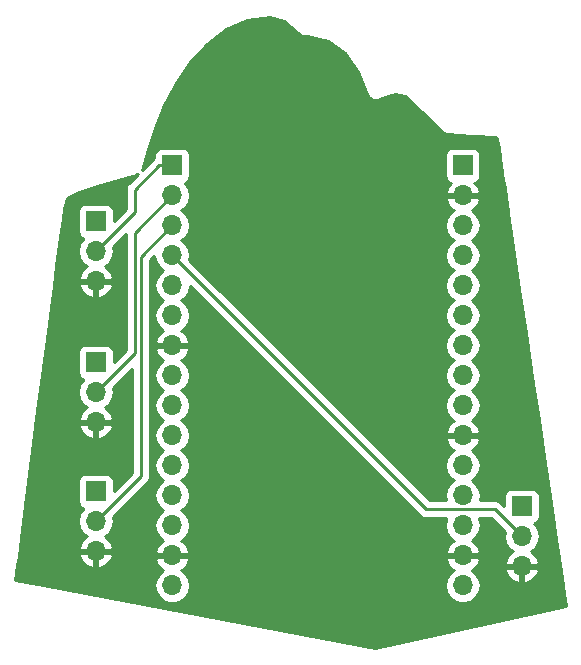
<source format=gbl>
G04 #@! TF.GenerationSoftware,KiCad,Pcbnew,(5.0.0-3-g5ebb6b6)*
G04 #@! TF.CreationDate,2018-08-30T21:54:11-04:00*
G04 #@! TF.ProjectId,PCB,5043422E6B696361645F706362000000,rev?*
G04 #@! TF.SameCoordinates,Original*
G04 #@! TF.FileFunction,Copper,L2,Bot,Signal*
G04 #@! TF.FilePolarity,Positive*
%FSLAX46Y46*%
G04 Gerber Fmt 4.6, Leading zero omitted, Abs format (unit mm)*
G04 Created by KiCad (PCBNEW (5.0.0-3-g5ebb6b6)) date Thursday, August 30, 2018 at 09:54:11 PM*
%MOMM*%
%LPD*%
G01*
G04 APERTURE LIST*
G04 #@! TA.AperFunction,ComponentPad*
%ADD10O,1.700000X1.700000*%
G04 #@! TD*
G04 #@! TA.AperFunction,ComponentPad*
%ADD11R,1.700000X1.700000*%
G04 #@! TD*
G04 #@! TA.AperFunction,Conductor*
%ADD12C,0.250000*%
G04 #@! TD*
G04 #@! TA.AperFunction,Conductor*
%ADD13C,0.254000*%
G04 #@! TD*
G04 APERTURE END LIST*
D10*
G04 #@! TO.P,U1,15*
G04 #@! TO.N,VCC*
X87954000Y-139796000D03*
G04 #@! TO.P,U1,14*
G04 #@! TO.N,GND*
X87954000Y-137256000D03*
G04 #@! TO.P,U1,13*
G04 #@! TO.N,Net-(U1-Pad13)*
X87954000Y-134716000D03*
G04 #@! TO.P,U1,12*
G04 #@! TO.N,Net-(U1-Pad12)*
X87954000Y-132176000D03*
G04 #@! TO.P,U1,11*
G04 #@! TO.N,Net-(U1-Pad11)*
X87954000Y-129636000D03*
G04 #@! TO.P,U1,10*
G04 #@! TO.N,GND*
X87954000Y-127096000D03*
G04 #@! TO.P,U1,9*
G04 #@! TO.N,Net-(U1-Pad9)*
X87954000Y-124556000D03*
G04 #@! TO.P,U1,8*
G04 #@! TO.N,Net-(U1-Pad8)*
X87954000Y-122016000D03*
G04 #@! TO.P,U1,7*
G04 #@! TO.N,Net-(U1-Pad7)*
X87954000Y-119476000D03*
G04 #@! TO.P,U1,6*
G04 #@! TO.N,Net-(U1-Pad6)*
X87954000Y-116936000D03*
G04 #@! TO.P,U1,5*
G04 #@! TO.N,Net-(U1-Pad5)*
X87954000Y-114396000D03*
G04 #@! TO.P,U1,4*
G04 #@! TO.N,Net-(U1-Pad4)*
X87954000Y-111856000D03*
G04 #@! TO.P,U1,3*
G04 #@! TO.N,Net-(U1-Pad3)*
X87954000Y-109316000D03*
G04 #@! TO.P,U1,2*
G04 #@! TO.N,GND*
X87954000Y-106776000D03*
D11*
G04 #@! TO.P,U1,1*
G04 #@! TO.N,Net-(U1-Pad1)*
X87954000Y-104236000D03*
D10*
G04 #@! TO.P,U1,29*
G04 #@! TO.N,GND*
X63354000Y-137256000D03*
G04 #@! TO.P,U1,28*
G04 #@! TO.N,Net-(U1-Pad28)*
X63354000Y-134716000D03*
G04 #@! TO.P,U1,27*
G04 #@! TO.N,Net-(U1-Pad27)*
X63354000Y-132176000D03*
G04 #@! TO.P,U1,26*
G04 #@! TO.N,Net-(U1-Pad26)*
X63354000Y-129636000D03*
G04 #@! TO.P,U1,25*
G04 #@! TO.N,Net-(U1-Pad25)*
X63354000Y-127096000D03*
G04 #@! TO.P,U1,18*
G04 #@! TO.N,/FLOW3*
X63354000Y-109316000D03*
G04 #@! TO.P,U1,17*
G04 #@! TO.N,/FLOW2*
X63354000Y-106776000D03*
D11*
G04 #@! TO.P,U1,16*
G04 #@! TO.N,/FLOW1*
X63354000Y-104236000D03*
D10*
G04 #@! TO.P,U1,20*
G04 #@! TO.N,Net-(U1-Pad20)*
X63354000Y-114396000D03*
G04 #@! TO.P,U1,19*
G04 #@! TO.N,/FLOW4*
X63354000Y-111856000D03*
G04 #@! TO.P,U1,30*
G04 #@! TO.N,Net-(U1-Pad30)*
X63354000Y-139796000D03*
G04 #@! TO.P,U1,24*
G04 #@! TO.N,Net-(U1-Pad24)*
X63354000Y-124556000D03*
G04 #@! TO.P,U1,23*
G04 #@! TO.N,Net-(U1-Pad23)*
X63354000Y-122016000D03*
G04 #@! TO.P,U1,22*
G04 #@! TO.N,GND*
X63354000Y-119476000D03*
G04 #@! TO.P,U1,21*
G04 #@! TO.N,Net-(U1-Pad21)*
X63354000Y-116936000D03*
G04 #@! TD*
G04 #@! TO.P,J1,3*
G04 #@! TO.N,GND*
X56896000Y-114046000D03*
G04 #@! TO.P,J1,2*
G04 #@! TO.N,/FLOW1*
X56896000Y-111506000D03*
D11*
G04 #@! TO.P,J1,1*
G04 #@! TO.N,VCC*
X56896000Y-108966000D03*
G04 #@! TD*
D10*
G04 #@! TO.P,J2,3*
G04 #@! TO.N,GND*
X56896000Y-125984000D03*
G04 #@! TO.P,J2,2*
G04 #@! TO.N,/FLOW2*
X56896000Y-123444000D03*
D11*
G04 #@! TO.P,J2,1*
G04 #@! TO.N,VCC*
X56896000Y-120904000D03*
G04 #@! TD*
G04 #@! TO.P,J3,1*
G04 #@! TO.N,VCC*
X56896000Y-131826000D03*
D10*
G04 #@! TO.P,J3,2*
G04 #@! TO.N,/FLOW3*
X56896000Y-134366000D03*
G04 #@! TO.P,J3,3*
G04 #@! TO.N,GND*
X56896000Y-136906000D03*
G04 #@! TD*
D11*
G04 #@! TO.P,J4,1*
G04 #@! TO.N,VCC*
X92964000Y-133096000D03*
D10*
G04 #@! TO.P,J4,2*
G04 #@! TO.N,/FLOW4*
X92964000Y-135636000D03*
G04 #@! TO.P,J4,3*
G04 #@! TO.N,GND*
X92964000Y-138176000D03*
G04 #@! TD*
D12*
G04 #@! TO.N,/FLOW1*
X62254000Y-104236000D02*
X60198000Y-106292000D01*
X63354000Y-104236000D02*
X62254000Y-104236000D01*
X60198000Y-108204000D02*
X56896000Y-111506000D01*
X60198000Y-106292000D02*
X60198000Y-108204000D01*
G04 #@! TO.N,/FLOW4*
X92114001Y-134786001D02*
X92964000Y-135636000D01*
X84849001Y-133351001D02*
X90679001Y-133351001D01*
X90679001Y-133351001D02*
X92114001Y-134786001D01*
X63354000Y-111856000D02*
X84849001Y-133351001D01*
G04 #@! TO.N,/FLOW2*
X57745999Y-122594001D02*
X56896000Y-123444000D01*
X60198000Y-120142000D02*
X57745999Y-122594001D01*
X60198000Y-109932000D02*
X60198000Y-120142000D01*
X63354000Y-106776000D02*
X60198000Y-109932000D01*
G04 #@! TO.N,/FLOW3*
X63354000Y-109316000D02*
X60706000Y-111964000D01*
X60706000Y-130556000D02*
X56896000Y-134366000D01*
X60706000Y-111964000D02*
X60706000Y-130556000D01*
G04 #@! TD*
D13*
G04 #@! TO.N,GND*
G36*
X72815418Y-91969837D02*
X74036038Y-93043224D01*
X74062770Y-93083231D01*
X74140894Y-93135432D01*
X74158054Y-93150522D01*
X74198765Y-93174100D01*
X74297015Y-93239749D01*
X74320016Y-93244324D01*
X74340309Y-93256077D01*
X74457434Y-93271658D01*
X74503583Y-93280838D01*
X74526437Y-93280838D01*
X74619573Y-93293228D01*
X74666065Y-93280838D01*
X74760457Y-93280838D01*
X76575764Y-93681246D01*
X77961664Y-94722909D01*
X79066144Y-96301457D01*
X79869375Y-98167883D01*
X79872042Y-98196592D01*
X79924698Y-98296434D01*
X79941226Y-98334839D01*
X79957176Y-98358016D01*
X80003465Y-98445785D01*
X80036376Y-98473101D01*
X80060626Y-98508339D01*
X80143892Y-98562340D01*
X80220246Y-98625714D01*
X80261105Y-98638356D01*
X80296994Y-98661632D01*
X80394584Y-98679658D01*
X80489382Y-98708990D01*
X80531970Y-98705034D01*
X80574032Y-98712803D01*
X80671094Y-98692110D01*
X80699093Y-98689509D01*
X80739143Y-98677602D01*
X80849565Y-98654061D01*
X80873323Y-98637711D01*
X82258330Y-98225954D01*
X83062613Y-98315319D01*
X84647878Y-99865907D01*
X86074891Y-101287674D01*
X86096807Y-101326268D01*
X86173834Y-101386253D01*
X86192634Y-101404984D01*
X86228755Y-101429023D01*
X86319081Y-101499365D01*
X86345315Y-101506596D01*
X86367970Y-101521673D01*
X86480307Y-101543803D01*
X86522125Y-101555329D01*
X86548585Y-101557253D01*
X86644382Y-101576125D01*
X86687900Y-101567385D01*
X88643901Y-101709641D01*
X88645705Y-101710128D01*
X88713393Y-101714695D01*
X88781154Y-101719623D01*
X88783011Y-101719392D01*
X90754245Y-101852391D01*
X90868912Y-101956635D01*
X90896402Y-102143224D01*
X90896396Y-102143349D01*
X90906590Y-102212375D01*
X90916715Y-102281099D01*
X90916757Y-102281216D01*
X91091925Y-103467318D01*
X91091924Y-103467348D01*
X91102998Y-103542292D01*
X91112301Y-103605285D01*
X91112309Y-103605309D01*
X91391082Y-105491931D01*
X91391081Y-105491944D01*
X91400339Y-105554582D01*
X91411470Y-105629911D01*
X91411474Y-105629921D01*
X91776510Y-108099777D01*
X91776510Y-108099785D01*
X91787251Y-108172449D01*
X91796904Y-108237761D01*
X91796906Y-108237766D01*
X92230852Y-111173495D01*
X92230852Y-111173502D01*
X92757149Y-114733707D01*
X92757150Y-114733711D01*
X93297248Y-118387063D01*
X93297250Y-118387067D01*
X93854188Y-122154177D01*
X93854189Y-122154180D01*
X94390211Y-125779691D01*
X94390211Y-125779692D01*
X94928760Y-129422201D01*
X94928760Y-129422204D01*
X95432077Y-132826355D01*
X95882806Y-135874771D01*
X96283990Y-138588066D01*
X96283991Y-138588070D01*
X96557065Y-140434903D01*
X96557065Y-140434904D01*
X96725868Y-141576530D01*
X80554334Y-145062860D01*
X52438007Y-139796000D01*
X61839908Y-139796000D01*
X61955161Y-140375418D01*
X62283375Y-140866625D01*
X62774582Y-141194839D01*
X63207744Y-141281000D01*
X63500256Y-141281000D01*
X63933418Y-141194839D01*
X64424625Y-140866625D01*
X64752839Y-140375418D01*
X64868092Y-139796000D01*
X86439908Y-139796000D01*
X86555161Y-140375418D01*
X86883375Y-140866625D01*
X87374582Y-141194839D01*
X87807744Y-141281000D01*
X88100256Y-141281000D01*
X88533418Y-141194839D01*
X89024625Y-140866625D01*
X89352839Y-140375418D01*
X89468092Y-139796000D01*
X89352839Y-139216582D01*
X89024625Y-138725375D01*
X88736552Y-138532890D01*
X91522524Y-138532890D01*
X91692355Y-138942924D01*
X92082642Y-139371183D01*
X92607108Y-139617486D01*
X92837000Y-139496819D01*
X92837000Y-138303000D01*
X93091000Y-138303000D01*
X93091000Y-139496819D01*
X93320892Y-139617486D01*
X93845358Y-139371183D01*
X94235645Y-138942924D01*
X94405476Y-138532890D01*
X94284155Y-138303000D01*
X93091000Y-138303000D01*
X92837000Y-138303000D01*
X91643845Y-138303000D01*
X91522524Y-138532890D01*
X88736552Y-138532890D01*
X88705522Y-138512157D01*
X88835358Y-138451183D01*
X89225645Y-138022924D01*
X89395476Y-137612890D01*
X89274155Y-137383000D01*
X88081000Y-137383000D01*
X88081000Y-137403000D01*
X87827000Y-137403000D01*
X87827000Y-137383000D01*
X86633845Y-137383000D01*
X86512524Y-137612890D01*
X86682355Y-138022924D01*
X87072642Y-138451183D01*
X87202478Y-138512157D01*
X86883375Y-138725375D01*
X86555161Y-139216582D01*
X86439908Y-139796000D01*
X64868092Y-139796000D01*
X64752839Y-139216582D01*
X64424625Y-138725375D01*
X64105522Y-138512157D01*
X64235358Y-138451183D01*
X64625645Y-138022924D01*
X64795476Y-137612890D01*
X64674155Y-137383000D01*
X63481000Y-137383000D01*
X63481000Y-137403000D01*
X63227000Y-137403000D01*
X63227000Y-137383000D01*
X62033845Y-137383000D01*
X61912524Y-137612890D01*
X62082355Y-138022924D01*
X62472642Y-138451183D01*
X62602478Y-138512157D01*
X62283375Y-138725375D01*
X61955161Y-139216582D01*
X61839908Y-139796000D01*
X52438007Y-139796000D01*
X50076589Y-139353650D01*
X50246962Y-138034617D01*
X50346694Y-137262890D01*
X55454524Y-137262890D01*
X55624355Y-137672924D01*
X56014642Y-138101183D01*
X56539108Y-138347486D01*
X56769000Y-138226819D01*
X56769000Y-137033000D01*
X57023000Y-137033000D01*
X57023000Y-138226819D01*
X57252892Y-138347486D01*
X57777358Y-138101183D01*
X58167645Y-137672924D01*
X58337476Y-137262890D01*
X58216155Y-137033000D01*
X57023000Y-137033000D01*
X56769000Y-137033000D01*
X55575845Y-137033000D01*
X55454524Y-137262890D01*
X50346694Y-137262890D01*
X50535891Y-135798885D01*
X50901431Y-132972130D01*
X51324119Y-129706017D01*
X51760048Y-126340890D01*
X55454524Y-126340890D01*
X55624355Y-126750924D01*
X56014642Y-127179183D01*
X56539108Y-127425486D01*
X56769000Y-127304819D01*
X56769000Y-126111000D01*
X57023000Y-126111000D01*
X57023000Y-127304819D01*
X57252892Y-127425486D01*
X57777358Y-127179183D01*
X58167645Y-126750924D01*
X58337476Y-126340890D01*
X58216155Y-126111000D01*
X57023000Y-126111000D01*
X56769000Y-126111000D01*
X55575845Y-126111000D01*
X55454524Y-126340890D01*
X51760048Y-126340890D01*
X51781525Y-126175107D01*
X52253605Y-122535599D01*
X52717897Y-118962298D01*
X53152877Y-115622792D01*
X53312371Y-114402890D01*
X55454524Y-114402890D01*
X55624355Y-114812924D01*
X56014642Y-115241183D01*
X56539108Y-115487486D01*
X56769000Y-115366819D01*
X56769000Y-114173000D01*
X57023000Y-114173000D01*
X57023000Y-115366819D01*
X57252892Y-115487486D01*
X57777358Y-115241183D01*
X58167645Y-114812924D01*
X58337476Y-114402890D01*
X58216155Y-114173000D01*
X57023000Y-114173000D01*
X56769000Y-114173000D01*
X55575845Y-114173000D01*
X55454524Y-114402890D01*
X53312371Y-114402890D01*
X53537554Y-112680561D01*
X53850491Y-110302533D01*
X54069829Y-108658795D01*
X54168387Y-107956855D01*
X54437743Y-106967875D01*
X55489918Y-106493773D01*
X56973289Y-106017166D01*
X60252757Y-105005247D01*
X60262780Y-105005910D01*
X60386917Y-104963851D01*
X60444389Y-104946117D01*
X60453003Y-104941460D01*
X60484364Y-104930834D01*
X59713530Y-105701669D01*
X59650071Y-105744071D01*
X59482096Y-105995464D01*
X59438000Y-106217149D01*
X59438000Y-106217153D01*
X59423112Y-106292000D01*
X59438000Y-106366847D01*
X59438001Y-107889197D01*
X58393440Y-108933758D01*
X58393440Y-108116000D01*
X58344157Y-107868235D01*
X58203809Y-107658191D01*
X57993765Y-107517843D01*
X57746000Y-107468560D01*
X56046000Y-107468560D01*
X55798235Y-107517843D01*
X55588191Y-107658191D01*
X55447843Y-107868235D01*
X55398560Y-108116000D01*
X55398560Y-109816000D01*
X55447843Y-110063765D01*
X55588191Y-110273809D01*
X55798235Y-110414157D01*
X55843619Y-110423184D01*
X55825375Y-110435375D01*
X55497161Y-110926582D01*
X55381908Y-111506000D01*
X55497161Y-112085418D01*
X55825375Y-112576625D01*
X56144478Y-112789843D01*
X56014642Y-112850817D01*
X55624355Y-113279076D01*
X55454524Y-113689110D01*
X55575845Y-113919000D01*
X56769000Y-113919000D01*
X56769000Y-113899000D01*
X57023000Y-113899000D01*
X57023000Y-113919000D01*
X58216155Y-113919000D01*
X58337476Y-113689110D01*
X58167645Y-113279076D01*
X57777358Y-112850817D01*
X57647522Y-112789843D01*
X57966625Y-112576625D01*
X58294839Y-112085418D01*
X58410092Y-111506000D01*
X58337209Y-111139592D01*
X59438000Y-110038802D01*
X59438001Y-119827197D01*
X58393440Y-120871759D01*
X58393440Y-120054000D01*
X58344157Y-119806235D01*
X58203809Y-119596191D01*
X57993765Y-119455843D01*
X57746000Y-119406560D01*
X56046000Y-119406560D01*
X55798235Y-119455843D01*
X55588191Y-119596191D01*
X55447843Y-119806235D01*
X55398560Y-120054000D01*
X55398560Y-121754000D01*
X55447843Y-122001765D01*
X55588191Y-122211809D01*
X55798235Y-122352157D01*
X55843619Y-122361184D01*
X55825375Y-122373375D01*
X55497161Y-122864582D01*
X55381908Y-123444000D01*
X55497161Y-124023418D01*
X55825375Y-124514625D01*
X56144478Y-124727843D01*
X56014642Y-124788817D01*
X55624355Y-125217076D01*
X55454524Y-125627110D01*
X55575845Y-125857000D01*
X56769000Y-125857000D01*
X56769000Y-125837000D01*
X57023000Y-125837000D01*
X57023000Y-125857000D01*
X58216155Y-125857000D01*
X58337476Y-125627110D01*
X58167645Y-125217076D01*
X57777358Y-124788817D01*
X57647522Y-124727843D01*
X57966625Y-124514625D01*
X58294839Y-124023418D01*
X58410092Y-123444000D01*
X58337209Y-123077592D01*
X59946001Y-121468801D01*
X59946001Y-130241197D01*
X58393440Y-131793758D01*
X58393440Y-130976000D01*
X58344157Y-130728235D01*
X58203809Y-130518191D01*
X57993765Y-130377843D01*
X57746000Y-130328560D01*
X56046000Y-130328560D01*
X55798235Y-130377843D01*
X55588191Y-130518191D01*
X55447843Y-130728235D01*
X55398560Y-130976000D01*
X55398560Y-132676000D01*
X55447843Y-132923765D01*
X55588191Y-133133809D01*
X55798235Y-133274157D01*
X55843619Y-133283184D01*
X55825375Y-133295375D01*
X55497161Y-133786582D01*
X55381908Y-134366000D01*
X55497161Y-134945418D01*
X55825375Y-135436625D01*
X56144478Y-135649843D01*
X56014642Y-135710817D01*
X55624355Y-136139076D01*
X55454524Y-136549110D01*
X55575845Y-136779000D01*
X56769000Y-136779000D01*
X56769000Y-136759000D01*
X57023000Y-136759000D01*
X57023000Y-136779000D01*
X58216155Y-136779000D01*
X58337476Y-136549110D01*
X58167645Y-136139076D01*
X57777358Y-135710817D01*
X57647522Y-135649843D01*
X57966625Y-135436625D01*
X58294839Y-134945418D01*
X58410092Y-134366000D01*
X58337209Y-133999592D01*
X61190473Y-131146329D01*
X61253929Y-131103929D01*
X61339409Y-130976000D01*
X61421904Y-130852538D01*
X61446629Y-130728235D01*
X61466000Y-130630852D01*
X61466000Y-130630848D01*
X61480888Y-130556000D01*
X61466000Y-130481152D01*
X61466000Y-122016000D01*
X61839908Y-122016000D01*
X61955161Y-122595418D01*
X62283375Y-123086625D01*
X62581761Y-123286000D01*
X62283375Y-123485375D01*
X61955161Y-123976582D01*
X61839908Y-124556000D01*
X61955161Y-125135418D01*
X62283375Y-125626625D01*
X62581761Y-125826000D01*
X62283375Y-126025375D01*
X61955161Y-126516582D01*
X61839908Y-127096000D01*
X61955161Y-127675418D01*
X62283375Y-128166625D01*
X62581761Y-128366000D01*
X62283375Y-128565375D01*
X61955161Y-129056582D01*
X61839908Y-129636000D01*
X61955161Y-130215418D01*
X62283375Y-130706625D01*
X62581761Y-130906000D01*
X62283375Y-131105375D01*
X61955161Y-131596582D01*
X61839908Y-132176000D01*
X61955161Y-132755418D01*
X62283375Y-133246625D01*
X62581761Y-133446000D01*
X62283375Y-133645375D01*
X61955161Y-134136582D01*
X61839908Y-134716000D01*
X61955161Y-135295418D01*
X62283375Y-135786625D01*
X62602478Y-135999843D01*
X62472642Y-136060817D01*
X62082355Y-136489076D01*
X61912524Y-136899110D01*
X62033845Y-137129000D01*
X63227000Y-137129000D01*
X63227000Y-137109000D01*
X63481000Y-137109000D01*
X63481000Y-137129000D01*
X64674155Y-137129000D01*
X64795476Y-136899110D01*
X64625645Y-136489076D01*
X64235358Y-136060817D01*
X64105522Y-135999843D01*
X64424625Y-135786625D01*
X64752839Y-135295418D01*
X64868092Y-134716000D01*
X64752839Y-134136582D01*
X64424625Y-133645375D01*
X64126239Y-133446000D01*
X64424625Y-133246625D01*
X64752839Y-132755418D01*
X64868092Y-132176000D01*
X64752839Y-131596582D01*
X64424625Y-131105375D01*
X64126239Y-130906000D01*
X64424625Y-130706625D01*
X64752839Y-130215418D01*
X64868092Y-129636000D01*
X64752839Y-129056582D01*
X64424625Y-128565375D01*
X64126239Y-128366000D01*
X64424625Y-128166625D01*
X64752839Y-127675418D01*
X64868092Y-127096000D01*
X64752839Y-126516582D01*
X64424625Y-126025375D01*
X64126239Y-125826000D01*
X64424625Y-125626625D01*
X64752839Y-125135418D01*
X64868092Y-124556000D01*
X64752839Y-123976582D01*
X64424625Y-123485375D01*
X64126239Y-123286000D01*
X64424625Y-123086625D01*
X64752839Y-122595418D01*
X64868092Y-122016000D01*
X64752839Y-121436582D01*
X64424625Y-120945375D01*
X64105522Y-120732157D01*
X64235358Y-120671183D01*
X64625645Y-120242924D01*
X64795476Y-119832890D01*
X64674155Y-119603000D01*
X63481000Y-119603000D01*
X63481000Y-119623000D01*
X63227000Y-119623000D01*
X63227000Y-119603000D01*
X62033845Y-119603000D01*
X61912524Y-119832890D01*
X62082355Y-120242924D01*
X62472642Y-120671183D01*
X62602478Y-120732157D01*
X62283375Y-120945375D01*
X61955161Y-121436582D01*
X61839908Y-122016000D01*
X61466000Y-122016000D01*
X61466000Y-112278801D01*
X61848020Y-111896781D01*
X61955161Y-112435418D01*
X62283375Y-112926625D01*
X62581761Y-113126000D01*
X62283375Y-113325375D01*
X61955161Y-113816582D01*
X61839908Y-114396000D01*
X61955161Y-114975418D01*
X62283375Y-115466625D01*
X62581761Y-115666000D01*
X62283375Y-115865375D01*
X61955161Y-116356582D01*
X61839908Y-116936000D01*
X61955161Y-117515418D01*
X62283375Y-118006625D01*
X62602478Y-118219843D01*
X62472642Y-118280817D01*
X62082355Y-118709076D01*
X61912524Y-119119110D01*
X62033845Y-119349000D01*
X63227000Y-119349000D01*
X63227000Y-119329000D01*
X63481000Y-119329000D01*
X63481000Y-119349000D01*
X64674155Y-119349000D01*
X64795476Y-119119110D01*
X64625645Y-118709076D01*
X64235358Y-118280817D01*
X64105522Y-118219843D01*
X64424625Y-118006625D01*
X64752839Y-117515418D01*
X64868092Y-116936000D01*
X64752839Y-116356582D01*
X64424625Y-115865375D01*
X64126239Y-115666000D01*
X64424625Y-115466625D01*
X64752839Y-114975418D01*
X64859980Y-114436781D01*
X84258671Y-133835473D01*
X84301072Y-133898930D01*
X84552464Y-134066905D01*
X84774149Y-134111001D01*
X84774154Y-134111001D01*
X84849001Y-134125889D01*
X84923848Y-134111001D01*
X86572254Y-134111001D01*
X86555161Y-134136582D01*
X86439908Y-134716000D01*
X86555161Y-135295418D01*
X86883375Y-135786625D01*
X87202478Y-135999843D01*
X87072642Y-136060817D01*
X86682355Y-136489076D01*
X86512524Y-136899110D01*
X86633845Y-137129000D01*
X87827000Y-137129000D01*
X87827000Y-137109000D01*
X88081000Y-137109000D01*
X88081000Y-137129000D01*
X89274155Y-137129000D01*
X89395476Y-136899110D01*
X89225645Y-136489076D01*
X88835358Y-136060817D01*
X88705522Y-135999843D01*
X89024625Y-135786625D01*
X89352839Y-135295418D01*
X89468092Y-134716000D01*
X89352839Y-134136582D01*
X89335746Y-134111001D01*
X90364200Y-134111001D01*
X91522791Y-135269593D01*
X91449908Y-135636000D01*
X91565161Y-136215418D01*
X91893375Y-136706625D01*
X92212478Y-136919843D01*
X92082642Y-136980817D01*
X91692355Y-137409076D01*
X91522524Y-137819110D01*
X91643845Y-138049000D01*
X92837000Y-138049000D01*
X92837000Y-138029000D01*
X93091000Y-138029000D01*
X93091000Y-138049000D01*
X94284155Y-138049000D01*
X94405476Y-137819110D01*
X94235645Y-137409076D01*
X93845358Y-136980817D01*
X93715522Y-136919843D01*
X94034625Y-136706625D01*
X94362839Y-136215418D01*
X94478092Y-135636000D01*
X94362839Y-135056582D01*
X94034625Y-134565375D01*
X94016381Y-134553184D01*
X94061765Y-134544157D01*
X94271809Y-134403809D01*
X94412157Y-134193765D01*
X94461440Y-133946000D01*
X94461440Y-132246000D01*
X94412157Y-131998235D01*
X94271809Y-131788191D01*
X94061765Y-131647843D01*
X93814000Y-131598560D01*
X92114000Y-131598560D01*
X91866235Y-131647843D01*
X91656191Y-131788191D01*
X91515843Y-131998235D01*
X91466560Y-132246000D01*
X91466560Y-133063759D01*
X91269332Y-132866531D01*
X91226930Y-132803072D01*
X90975538Y-132635097D01*
X90753853Y-132591001D01*
X90753848Y-132591001D01*
X90679001Y-132576113D01*
X90604154Y-132591001D01*
X89385543Y-132591001D01*
X89468092Y-132176000D01*
X89352839Y-131596582D01*
X89024625Y-131105375D01*
X88726239Y-130906000D01*
X89024625Y-130706625D01*
X89352839Y-130215418D01*
X89468092Y-129636000D01*
X89352839Y-129056582D01*
X89024625Y-128565375D01*
X88705522Y-128352157D01*
X88835358Y-128291183D01*
X89225645Y-127862924D01*
X89395476Y-127452890D01*
X89274155Y-127223000D01*
X88081000Y-127223000D01*
X88081000Y-127243000D01*
X87827000Y-127243000D01*
X87827000Y-127223000D01*
X86633845Y-127223000D01*
X86512524Y-127452890D01*
X86682355Y-127862924D01*
X87072642Y-128291183D01*
X87202478Y-128352157D01*
X86883375Y-128565375D01*
X86555161Y-129056582D01*
X86439908Y-129636000D01*
X86555161Y-130215418D01*
X86883375Y-130706625D01*
X87181761Y-130906000D01*
X86883375Y-131105375D01*
X86555161Y-131596582D01*
X86439908Y-132176000D01*
X86522457Y-132591001D01*
X85163803Y-132591001D01*
X64795209Y-112222408D01*
X64868092Y-111856000D01*
X64752839Y-111276582D01*
X64424625Y-110785375D01*
X64126239Y-110586000D01*
X64424625Y-110386625D01*
X64752839Y-109895418D01*
X64868092Y-109316000D01*
X86439908Y-109316000D01*
X86555161Y-109895418D01*
X86883375Y-110386625D01*
X87181761Y-110586000D01*
X86883375Y-110785375D01*
X86555161Y-111276582D01*
X86439908Y-111856000D01*
X86555161Y-112435418D01*
X86883375Y-112926625D01*
X87181761Y-113126000D01*
X86883375Y-113325375D01*
X86555161Y-113816582D01*
X86439908Y-114396000D01*
X86555161Y-114975418D01*
X86883375Y-115466625D01*
X87181761Y-115666000D01*
X86883375Y-115865375D01*
X86555161Y-116356582D01*
X86439908Y-116936000D01*
X86555161Y-117515418D01*
X86883375Y-118006625D01*
X87181761Y-118206000D01*
X86883375Y-118405375D01*
X86555161Y-118896582D01*
X86439908Y-119476000D01*
X86555161Y-120055418D01*
X86883375Y-120546625D01*
X87181761Y-120746000D01*
X86883375Y-120945375D01*
X86555161Y-121436582D01*
X86439908Y-122016000D01*
X86555161Y-122595418D01*
X86883375Y-123086625D01*
X87181761Y-123286000D01*
X86883375Y-123485375D01*
X86555161Y-123976582D01*
X86439908Y-124556000D01*
X86555161Y-125135418D01*
X86883375Y-125626625D01*
X87202478Y-125839843D01*
X87072642Y-125900817D01*
X86682355Y-126329076D01*
X86512524Y-126739110D01*
X86633845Y-126969000D01*
X87827000Y-126969000D01*
X87827000Y-126949000D01*
X88081000Y-126949000D01*
X88081000Y-126969000D01*
X89274155Y-126969000D01*
X89395476Y-126739110D01*
X89225645Y-126329076D01*
X88835358Y-125900817D01*
X88705522Y-125839843D01*
X89024625Y-125626625D01*
X89352839Y-125135418D01*
X89468092Y-124556000D01*
X89352839Y-123976582D01*
X89024625Y-123485375D01*
X88726239Y-123286000D01*
X89024625Y-123086625D01*
X89352839Y-122595418D01*
X89468092Y-122016000D01*
X89352839Y-121436582D01*
X89024625Y-120945375D01*
X88726239Y-120746000D01*
X89024625Y-120546625D01*
X89352839Y-120055418D01*
X89468092Y-119476000D01*
X89352839Y-118896582D01*
X89024625Y-118405375D01*
X88726239Y-118206000D01*
X89024625Y-118006625D01*
X89352839Y-117515418D01*
X89468092Y-116936000D01*
X89352839Y-116356582D01*
X89024625Y-115865375D01*
X88726239Y-115666000D01*
X89024625Y-115466625D01*
X89352839Y-114975418D01*
X89468092Y-114396000D01*
X89352839Y-113816582D01*
X89024625Y-113325375D01*
X88726239Y-113126000D01*
X89024625Y-112926625D01*
X89352839Y-112435418D01*
X89468092Y-111856000D01*
X89352839Y-111276582D01*
X89024625Y-110785375D01*
X88726239Y-110586000D01*
X89024625Y-110386625D01*
X89352839Y-109895418D01*
X89468092Y-109316000D01*
X89352839Y-108736582D01*
X89024625Y-108245375D01*
X88705522Y-108032157D01*
X88835358Y-107971183D01*
X89225645Y-107542924D01*
X89395476Y-107132890D01*
X89274155Y-106903000D01*
X88081000Y-106903000D01*
X88081000Y-106923000D01*
X87827000Y-106923000D01*
X87827000Y-106903000D01*
X86633845Y-106903000D01*
X86512524Y-107132890D01*
X86682355Y-107542924D01*
X87072642Y-107971183D01*
X87202478Y-108032157D01*
X86883375Y-108245375D01*
X86555161Y-108736582D01*
X86439908Y-109316000D01*
X64868092Y-109316000D01*
X64752839Y-108736582D01*
X64424625Y-108245375D01*
X64126239Y-108046000D01*
X64424625Y-107846625D01*
X64752839Y-107355418D01*
X64868092Y-106776000D01*
X64752839Y-106196582D01*
X64424625Y-105705375D01*
X64406381Y-105693184D01*
X64451765Y-105684157D01*
X64661809Y-105543809D01*
X64802157Y-105333765D01*
X64851440Y-105086000D01*
X64851440Y-103386000D01*
X86456560Y-103386000D01*
X86456560Y-105086000D01*
X86505843Y-105333765D01*
X86646191Y-105543809D01*
X86856235Y-105684157D01*
X86959708Y-105704739D01*
X86682355Y-106009076D01*
X86512524Y-106419110D01*
X86633845Y-106649000D01*
X87827000Y-106649000D01*
X87827000Y-106629000D01*
X88081000Y-106629000D01*
X88081000Y-106649000D01*
X89274155Y-106649000D01*
X89395476Y-106419110D01*
X89225645Y-106009076D01*
X88948292Y-105704739D01*
X89051765Y-105684157D01*
X89261809Y-105543809D01*
X89402157Y-105333765D01*
X89451440Y-105086000D01*
X89451440Y-103386000D01*
X89402157Y-103138235D01*
X89261809Y-102928191D01*
X89051765Y-102787843D01*
X88804000Y-102738560D01*
X87104000Y-102738560D01*
X86856235Y-102787843D01*
X86646191Y-102928191D01*
X86505843Y-103138235D01*
X86456560Y-103386000D01*
X64851440Y-103386000D01*
X64802157Y-103138235D01*
X64661809Y-102928191D01*
X64451765Y-102787843D01*
X64204000Y-102738560D01*
X62504000Y-102738560D01*
X62256235Y-102787843D01*
X62046191Y-102928191D01*
X61905843Y-103138235D01*
X61856560Y-103386000D01*
X61856560Y-103587517D01*
X61706071Y-103688071D01*
X61663671Y-103751527D01*
X60815613Y-104599586D01*
X60830455Y-104549803D01*
X60834786Y-104541034D01*
X60850368Y-104483014D01*
X60887837Y-104357342D01*
X60886804Y-104347346D01*
X61287879Y-102853961D01*
X61897665Y-101043529D01*
X62696357Y-99134400D01*
X63690881Y-97238683D01*
X64885473Y-95467669D01*
X66280705Y-93929735D01*
X67875127Y-92725152D01*
X69675033Y-91940654D01*
X71666025Y-91663915D01*
X72815418Y-91969837D01*
X72815418Y-91969837D01*
G37*
X72815418Y-91969837D02*
X74036038Y-93043224D01*
X74062770Y-93083231D01*
X74140894Y-93135432D01*
X74158054Y-93150522D01*
X74198765Y-93174100D01*
X74297015Y-93239749D01*
X74320016Y-93244324D01*
X74340309Y-93256077D01*
X74457434Y-93271658D01*
X74503583Y-93280838D01*
X74526437Y-93280838D01*
X74619573Y-93293228D01*
X74666065Y-93280838D01*
X74760457Y-93280838D01*
X76575764Y-93681246D01*
X77961664Y-94722909D01*
X79066144Y-96301457D01*
X79869375Y-98167883D01*
X79872042Y-98196592D01*
X79924698Y-98296434D01*
X79941226Y-98334839D01*
X79957176Y-98358016D01*
X80003465Y-98445785D01*
X80036376Y-98473101D01*
X80060626Y-98508339D01*
X80143892Y-98562340D01*
X80220246Y-98625714D01*
X80261105Y-98638356D01*
X80296994Y-98661632D01*
X80394584Y-98679658D01*
X80489382Y-98708990D01*
X80531970Y-98705034D01*
X80574032Y-98712803D01*
X80671094Y-98692110D01*
X80699093Y-98689509D01*
X80739143Y-98677602D01*
X80849565Y-98654061D01*
X80873323Y-98637711D01*
X82258330Y-98225954D01*
X83062613Y-98315319D01*
X84647878Y-99865907D01*
X86074891Y-101287674D01*
X86096807Y-101326268D01*
X86173834Y-101386253D01*
X86192634Y-101404984D01*
X86228755Y-101429023D01*
X86319081Y-101499365D01*
X86345315Y-101506596D01*
X86367970Y-101521673D01*
X86480307Y-101543803D01*
X86522125Y-101555329D01*
X86548585Y-101557253D01*
X86644382Y-101576125D01*
X86687900Y-101567385D01*
X88643901Y-101709641D01*
X88645705Y-101710128D01*
X88713393Y-101714695D01*
X88781154Y-101719623D01*
X88783011Y-101719392D01*
X90754245Y-101852391D01*
X90868912Y-101956635D01*
X90896402Y-102143224D01*
X90896396Y-102143349D01*
X90906590Y-102212375D01*
X90916715Y-102281099D01*
X90916757Y-102281216D01*
X91091925Y-103467318D01*
X91091924Y-103467348D01*
X91102998Y-103542292D01*
X91112301Y-103605285D01*
X91112309Y-103605309D01*
X91391082Y-105491931D01*
X91391081Y-105491944D01*
X91400339Y-105554582D01*
X91411470Y-105629911D01*
X91411474Y-105629921D01*
X91776510Y-108099777D01*
X91776510Y-108099785D01*
X91787251Y-108172449D01*
X91796904Y-108237761D01*
X91796906Y-108237766D01*
X92230852Y-111173495D01*
X92230852Y-111173502D01*
X92757149Y-114733707D01*
X92757150Y-114733711D01*
X93297248Y-118387063D01*
X93297250Y-118387067D01*
X93854188Y-122154177D01*
X93854189Y-122154180D01*
X94390211Y-125779691D01*
X94390211Y-125779692D01*
X94928760Y-129422201D01*
X94928760Y-129422204D01*
X95432077Y-132826355D01*
X95882806Y-135874771D01*
X96283990Y-138588066D01*
X96283991Y-138588070D01*
X96557065Y-140434903D01*
X96557065Y-140434904D01*
X96725868Y-141576530D01*
X80554334Y-145062860D01*
X52438007Y-139796000D01*
X61839908Y-139796000D01*
X61955161Y-140375418D01*
X62283375Y-140866625D01*
X62774582Y-141194839D01*
X63207744Y-141281000D01*
X63500256Y-141281000D01*
X63933418Y-141194839D01*
X64424625Y-140866625D01*
X64752839Y-140375418D01*
X64868092Y-139796000D01*
X86439908Y-139796000D01*
X86555161Y-140375418D01*
X86883375Y-140866625D01*
X87374582Y-141194839D01*
X87807744Y-141281000D01*
X88100256Y-141281000D01*
X88533418Y-141194839D01*
X89024625Y-140866625D01*
X89352839Y-140375418D01*
X89468092Y-139796000D01*
X89352839Y-139216582D01*
X89024625Y-138725375D01*
X88736552Y-138532890D01*
X91522524Y-138532890D01*
X91692355Y-138942924D01*
X92082642Y-139371183D01*
X92607108Y-139617486D01*
X92837000Y-139496819D01*
X92837000Y-138303000D01*
X93091000Y-138303000D01*
X93091000Y-139496819D01*
X93320892Y-139617486D01*
X93845358Y-139371183D01*
X94235645Y-138942924D01*
X94405476Y-138532890D01*
X94284155Y-138303000D01*
X93091000Y-138303000D01*
X92837000Y-138303000D01*
X91643845Y-138303000D01*
X91522524Y-138532890D01*
X88736552Y-138532890D01*
X88705522Y-138512157D01*
X88835358Y-138451183D01*
X89225645Y-138022924D01*
X89395476Y-137612890D01*
X89274155Y-137383000D01*
X88081000Y-137383000D01*
X88081000Y-137403000D01*
X87827000Y-137403000D01*
X87827000Y-137383000D01*
X86633845Y-137383000D01*
X86512524Y-137612890D01*
X86682355Y-138022924D01*
X87072642Y-138451183D01*
X87202478Y-138512157D01*
X86883375Y-138725375D01*
X86555161Y-139216582D01*
X86439908Y-139796000D01*
X64868092Y-139796000D01*
X64752839Y-139216582D01*
X64424625Y-138725375D01*
X64105522Y-138512157D01*
X64235358Y-138451183D01*
X64625645Y-138022924D01*
X64795476Y-137612890D01*
X64674155Y-137383000D01*
X63481000Y-137383000D01*
X63481000Y-137403000D01*
X63227000Y-137403000D01*
X63227000Y-137383000D01*
X62033845Y-137383000D01*
X61912524Y-137612890D01*
X62082355Y-138022924D01*
X62472642Y-138451183D01*
X62602478Y-138512157D01*
X62283375Y-138725375D01*
X61955161Y-139216582D01*
X61839908Y-139796000D01*
X52438007Y-139796000D01*
X50076589Y-139353650D01*
X50246962Y-138034617D01*
X50346694Y-137262890D01*
X55454524Y-137262890D01*
X55624355Y-137672924D01*
X56014642Y-138101183D01*
X56539108Y-138347486D01*
X56769000Y-138226819D01*
X56769000Y-137033000D01*
X57023000Y-137033000D01*
X57023000Y-138226819D01*
X57252892Y-138347486D01*
X57777358Y-138101183D01*
X58167645Y-137672924D01*
X58337476Y-137262890D01*
X58216155Y-137033000D01*
X57023000Y-137033000D01*
X56769000Y-137033000D01*
X55575845Y-137033000D01*
X55454524Y-137262890D01*
X50346694Y-137262890D01*
X50535891Y-135798885D01*
X50901431Y-132972130D01*
X51324119Y-129706017D01*
X51760048Y-126340890D01*
X55454524Y-126340890D01*
X55624355Y-126750924D01*
X56014642Y-127179183D01*
X56539108Y-127425486D01*
X56769000Y-127304819D01*
X56769000Y-126111000D01*
X57023000Y-126111000D01*
X57023000Y-127304819D01*
X57252892Y-127425486D01*
X57777358Y-127179183D01*
X58167645Y-126750924D01*
X58337476Y-126340890D01*
X58216155Y-126111000D01*
X57023000Y-126111000D01*
X56769000Y-126111000D01*
X55575845Y-126111000D01*
X55454524Y-126340890D01*
X51760048Y-126340890D01*
X51781525Y-126175107D01*
X52253605Y-122535599D01*
X52717897Y-118962298D01*
X53152877Y-115622792D01*
X53312371Y-114402890D01*
X55454524Y-114402890D01*
X55624355Y-114812924D01*
X56014642Y-115241183D01*
X56539108Y-115487486D01*
X56769000Y-115366819D01*
X56769000Y-114173000D01*
X57023000Y-114173000D01*
X57023000Y-115366819D01*
X57252892Y-115487486D01*
X57777358Y-115241183D01*
X58167645Y-114812924D01*
X58337476Y-114402890D01*
X58216155Y-114173000D01*
X57023000Y-114173000D01*
X56769000Y-114173000D01*
X55575845Y-114173000D01*
X55454524Y-114402890D01*
X53312371Y-114402890D01*
X53537554Y-112680561D01*
X53850491Y-110302533D01*
X54069829Y-108658795D01*
X54168387Y-107956855D01*
X54437743Y-106967875D01*
X55489918Y-106493773D01*
X56973289Y-106017166D01*
X60252757Y-105005247D01*
X60262780Y-105005910D01*
X60386917Y-104963851D01*
X60444389Y-104946117D01*
X60453003Y-104941460D01*
X60484364Y-104930834D01*
X59713530Y-105701669D01*
X59650071Y-105744071D01*
X59482096Y-105995464D01*
X59438000Y-106217149D01*
X59438000Y-106217153D01*
X59423112Y-106292000D01*
X59438000Y-106366847D01*
X59438001Y-107889197D01*
X58393440Y-108933758D01*
X58393440Y-108116000D01*
X58344157Y-107868235D01*
X58203809Y-107658191D01*
X57993765Y-107517843D01*
X57746000Y-107468560D01*
X56046000Y-107468560D01*
X55798235Y-107517843D01*
X55588191Y-107658191D01*
X55447843Y-107868235D01*
X55398560Y-108116000D01*
X55398560Y-109816000D01*
X55447843Y-110063765D01*
X55588191Y-110273809D01*
X55798235Y-110414157D01*
X55843619Y-110423184D01*
X55825375Y-110435375D01*
X55497161Y-110926582D01*
X55381908Y-111506000D01*
X55497161Y-112085418D01*
X55825375Y-112576625D01*
X56144478Y-112789843D01*
X56014642Y-112850817D01*
X55624355Y-113279076D01*
X55454524Y-113689110D01*
X55575845Y-113919000D01*
X56769000Y-113919000D01*
X56769000Y-113899000D01*
X57023000Y-113899000D01*
X57023000Y-113919000D01*
X58216155Y-113919000D01*
X58337476Y-113689110D01*
X58167645Y-113279076D01*
X57777358Y-112850817D01*
X57647522Y-112789843D01*
X57966625Y-112576625D01*
X58294839Y-112085418D01*
X58410092Y-111506000D01*
X58337209Y-111139592D01*
X59438000Y-110038802D01*
X59438001Y-119827197D01*
X58393440Y-120871759D01*
X58393440Y-120054000D01*
X58344157Y-119806235D01*
X58203809Y-119596191D01*
X57993765Y-119455843D01*
X57746000Y-119406560D01*
X56046000Y-119406560D01*
X55798235Y-119455843D01*
X55588191Y-119596191D01*
X55447843Y-119806235D01*
X55398560Y-120054000D01*
X55398560Y-121754000D01*
X55447843Y-122001765D01*
X55588191Y-122211809D01*
X55798235Y-122352157D01*
X55843619Y-122361184D01*
X55825375Y-122373375D01*
X55497161Y-122864582D01*
X55381908Y-123444000D01*
X55497161Y-124023418D01*
X55825375Y-124514625D01*
X56144478Y-124727843D01*
X56014642Y-124788817D01*
X55624355Y-125217076D01*
X55454524Y-125627110D01*
X55575845Y-125857000D01*
X56769000Y-125857000D01*
X56769000Y-125837000D01*
X57023000Y-125837000D01*
X57023000Y-125857000D01*
X58216155Y-125857000D01*
X58337476Y-125627110D01*
X58167645Y-125217076D01*
X57777358Y-124788817D01*
X57647522Y-124727843D01*
X57966625Y-124514625D01*
X58294839Y-124023418D01*
X58410092Y-123444000D01*
X58337209Y-123077592D01*
X59946001Y-121468801D01*
X59946001Y-130241197D01*
X58393440Y-131793758D01*
X58393440Y-130976000D01*
X58344157Y-130728235D01*
X58203809Y-130518191D01*
X57993765Y-130377843D01*
X57746000Y-130328560D01*
X56046000Y-130328560D01*
X55798235Y-130377843D01*
X55588191Y-130518191D01*
X55447843Y-130728235D01*
X55398560Y-130976000D01*
X55398560Y-132676000D01*
X55447843Y-132923765D01*
X55588191Y-133133809D01*
X55798235Y-133274157D01*
X55843619Y-133283184D01*
X55825375Y-133295375D01*
X55497161Y-133786582D01*
X55381908Y-134366000D01*
X55497161Y-134945418D01*
X55825375Y-135436625D01*
X56144478Y-135649843D01*
X56014642Y-135710817D01*
X55624355Y-136139076D01*
X55454524Y-136549110D01*
X55575845Y-136779000D01*
X56769000Y-136779000D01*
X56769000Y-136759000D01*
X57023000Y-136759000D01*
X57023000Y-136779000D01*
X58216155Y-136779000D01*
X58337476Y-136549110D01*
X58167645Y-136139076D01*
X57777358Y-135710817D01*
X57647522Y-135649843D01*
X57966625Y-135436625D01*
X58294839Y-134945418D01*
X58410092Y-134366000D01*
X58337209Y-133999592D01*
X61190473Y-131146329D01*
X61253929Y-131103929D01*
X61339409Y-130976000D01*
X61421904Y-130852538D01*
X61446629Y-130728235D01*
X61466000Y-130630852D01*
X61466000Y-130630848D01*
X61480888Y-130556000D01*
X61466000Y-130481152D01*
X61466000Y-122016000D01*
X61839908Y-122016000D01*
X61955161Y-122595418D01*
X62283375Y-123086625D01*
X62581761Y-123286000D01*
X62283375Y-123485375D01*
X61955161Y-123976582D01*
X61839908Y-124556000D01*
X61955161Y-125135418D01*
X62283375Y-125626625D01*
X62581761Y-125826000D01*
X62283375Y-126025375D01*
X61955161Y-126516582D01*
X61839908Y-127096000D01*
X61955161Y-127675418D01*
X62283375Y-128166625D01*
X62581761Y-128366000D01*
X62283375Y-128565375D01*
X61955161Y-129056582D01*
X61839908Y-129636000D01*
X61955161Y-130215418D01*
X62283375Y-130706625D01*
X62581761Y-130906000D01*
X62283375Y-131105375D01*
X61955161Y-131596582D01*
X61839908Y-132176000D01*
X61955161Y-132755418D01*
X62283375Y-133246625D01*
X62581761Y-133446000D01*
X62283375Y-133645375D01*
X61955161Y-134136582D01*
X61839908Y-134716000D01*
X61955161Y-135295418D01*
X62283375Y-135786625D01*
X62602478Y-135999843D01*
X62472642Y-136060817D01*
X62082355Y-136489076D01*
X61912524Y-136899110D01*
X62033845Y-137129000D01*
X63227000Y-137129000D01*
X63227000Y-137109000D01*
X63481000Y-137109000D01*
X63481000Y-137129000D01*
X64674155Y-137129000D01*
X64795476Y-136899110D01*
X64625645Y-136489076D01*
X64235358Y-136060817D01*
X64105522Y-135999843D01*
X64424625Y-135786625D01*
X64752839Y-135295418D01*
X64868092Y-134716000D01*
X64752839Y-134136582D01*
X64424625Y-133645375D01*
X64126239Y-133446000D01*
X64424625Y-133246625D01*
X64752839Y-132755418D01*
X64868092Y-132176000D01*
X64752839Y-131596582D01*
X64424625Y-131105375D01*
X64126239Y-130906000D01*
X64424625Y-130706625D01*
X64752839Y-130215418D01*
X64868092Y-129636000D01*
X64752839Y-129056582D01*
X64424625Y-128565375D01*
X64126239Y-128366000D01*
X64424625Y-128166625D01*
X64752839Y-127675418D01*
X64868092Y-127096000D01*
X64752839Y-126516582D01*
X64424625Y-126025375D01*
X64126239Y-125826000D01*
X64424625Y-125626625D01*
X64752839Y-125135418D01*
X64868092Y-124556000D01*
X64752839Y-123976582D01*
X64424625Y-123485375D01*
X64126239Y-123286000D01*
X64424625Y-123086625D01*
X64752839Y-122595418D01*
X64868092Y-122016000D01*
X64752839Y-121436582D01*
X64424625Y-120945375D01*
X64105522Y-120732157D01*
X64235358Y-120671183D01*
X64625645Y-120242924D01*
X64795476Y-119832890D01*
X64674155Y-119603000D01*
X63481000Y-119603000D01*
X63481000Y-119623000D01*
X63227000Y-119623000D01*
X63227000Y-119603000D01*
X62033845Y-119603000D01*
X61912524Y-119832890D01*
X62082355Y-120242924D01*
X62472642Y-120671183D01*
X62602478Y-120732157D01*
X62283375Y-120945375D01*
X61955161Y-121436582D01*
X61839908Y-122016000D01*
X61466000Y-122016000D01*
X61466000Y-112278801D01*
X61848020Y-111896781D01*
X61955161Y-112435418D01*
X62283375Y-112926625D01*
X62581761Y-113126000D01*
X62283375Y-113325375D01*
X61955161Y-113816582D01*
X61839908Y-114396000D01*
X61955161Y-114975418D01*
X62283375Y-115466625D01*
X62581761Y-115666000D01*
X62283375Y-115865375D01*
X61955161Y-116356582D01*
X61839908Y-116936000D01*
X61955161Y-117515418D01*
X62283375Y-118006625D01*
X62602478Y-118219843D01*
X62472642Y-118280817D01*
X62082355Y-118709076D01*
X61912524Y-119119110D01*
X62033845Y-119349000D01*
X63227000Y-119349000D01*
X63227000Y-119329000D01*
X63481000Y-119329000D01*
X63481000Y-119349000D01*
X64674155Y-119349000D01*
X64795476Y-119119110D01*
X64625645Y-118709076D01*
X64235358Y-118280817D01*
X64105522Y-118219843D01*
X64424625Y-118006625D01*
X64752839Y-117515418D01*
X64868092Y-116936000D01*
X64752839Y-116356582D01*
X64424625Y-115865375D01*
X64126239Y-115666000D01*
X64424625Y-115466625D01*
X64752839Y-114975418D01*
X64859980Y-114436781D01*
X84258671Y-133835473D01*
X84301072Y-133898930D01*
X84552464Y-134066905D01*
X84774149Y-134111001D01*
X84774154Y-134111001D01*
X84849001Y-134125889D01*
X84923848Y-134111001D01*
X86572254Y-134111001D01*
X86555161Y-134136582D01*
X86439908Y-134716000D01*
X86555161Y-135295418D01*
X86883375Y-135786625D01*
X87202478Y-135999843D01*
X87072642Y-136060817D01*
X86682355Y-136489076D01*
X86512524Y-136899110D01*
X86633845Y-137129000D01*
X87827000Y-137129000D01*
X87827000Y-137109000D01*
X88081000Y-137109000D01*
X88081000Y-137129000D01*
X89274155Y-137129000D01*
X89395476Y-136899110D01*
X89225645Y-136489076D01*
X88835358Y-136060817D01*
X88705522Y-135999843D01*
X89024625Y-135786625D01*
X89352839Y-135295418D01*
X89468092Y-134716000D01*
X89352839Y-134136582D01*
X89335746Y-134111001D01*
X90364200Y-134111001D01*
X91522791Y-135269593D01*
X91449908Y-135636000D01*
X91565161Y-136215418D01*
X91893375Y-136706625D01*
X92212478Y-136919843D01*
X92082642Y-136980817D01*
X91692355Y-137409076D01*
X91522524Y-137819110D01*
X91643845Y-138049000D01*
X92837000Y-138049000D01*
X92837000Y-138029000D01*
X93091000Y-138029000D01*
X93091000Y-138049000D01*
X94284155Y-138049000D01*
X94405476Y-137819110D01*
X94235645Y-137409076D01*
X93845358Y-136980817D01*
X93715522Y-136919843D01*
X94034625Y-136706625D01*
X94362839Y-136215418D01*
X94478092Y-135636000D01*
X94362839Y-135056582D01*
X94034625Y-134565375D01*
X94016381Y-134553184D01*
X94061765Y-134544157D01*
X94271809Y-134403809D01*
X94412157Y-134193765D01*
X94461440Y-133946000D01*
X94461440Y-132246000D01*
X94412157Y-131998235D01*
X94271809Y-131788191D01*
X94061765Y-131647843D01*
X93814000Y-131598560D01*
X92114000Y-131598560D01*
X91866235Y-131647843D01*
X91656191Y-131788191D01*
X91515843Y-131998235D01*
X91466560Y-132246000D01*
X91466560Y-133063759D01*
X91269332Y-132866531D01*
X91226930Y-132803072D01*
X90975538Y-132635097D01*
X90753853Y-132591001D01*
X90753848Y-132591001D01*
X90679001Y-132576113D01*
X90604154Y-132591001D01*
X89385543Y-132591001D01*
X89468092Y-132176000D01*
X89352839Y-131596582D01*
X89024625Y-131105375D01*
X88726239Y-130906000D01*
X89024625Y-130706625D01*
X89352839Y-130215418D01*
X89468092Y-129636000D01*
X89352839Y-129056582D01*
X89024625Y-128565375D01*
X88705522Y-128352157D01*
X88835358Y-128291183D01*
X89225645Y-127862924D01*
X89395476Y-127452890D01*
X89274155Y-127223000D01*
X88081000Y-127223000D01*
X88081000Y-127243000D01*
X87827000Y-127243000D01*
X87827000Y-127223000D01*
X86633845Y-127223000D01*
X86512524Y-127452890D01*
X86682355Y-127862924D01*
X87072642Y-128291183D01*
X87202478Y-128352157D01*
X86883375Y-128565375D01*
X86555161Y-129056582D01*
X86439908Y-129636000D01*
X86555161Y-130215418D01*
X86883375Y-130706625D01*
X87181761Y-130906000D01*
X86883375Y-131105375D01*
X86555161Y-131596582D01*
X86439908Y-132176000D01*
X86522457Y-132591001D01*
X85163803Y-132591001D01*
X64795209Y-112222408D01*
X64868092Y-111856000D01*
X64752839Y-111276582D01*
X64424625Y-110785375D01*
X64126239Y-110586000D01*
X64424625Y-110386625D01*
X64752839Y-109895418D01*
X64868092Y-109316000D01*
X86439908Y-109316000D01*
X86555161Y-109895418D01*
X86883375Y-110386625D01*
X87181761Y-110586000D01*
X86883375Y-110785375D01*
X86555161Y-111276582D01*
X86439908Y-111856000D01*
X86555161Y-112435418D01*
X86883375Y-112926625D01*
X87181761Y-113126000D01*
X86883375Y-113325375D01*
X86555161Y-113816582D01*
X86439908Y-114396000D01*
X86555161Y-114975418D01*
X86883375Y-115466625D01*
X87181761Y-115666000D01*
X86883375Y-115865375D01*
X86555161Y-116356582D01*
X86439908Y-116936000D01*
X86555161Y-117515418D01*
X86883375Y-118006625D01*
X87181761Y-118206000D01*
X86883375Y-118405375D01*
X86555161Y-118896582D01*
X86439908Y-119476000D01*
X86555161Y-120055418D01*
X86883375Y-120546625D01*
X87181761Y-120746000D01*
X86883375Y-120945375D01*
X86555161Y-121436582D01*
X86439908Y-122016000D01*
X86555161Y-122595418D01*
X86883375Y-123086625D01*
X87181761Y-123286000D01*
X86883375Y-123485375D01*
X86555161Y-123976582D01*
X86439908Y-124556000D01*
X86555161Y-125135418D01*
X86883375Y-125626625D01*
X87202478Y-125839843D01*
X87072642Y-125900817D01*
X86682355Y-126329076D01*
X86512524Y-126739110D01*
X86633845Y-126969000D01*
X87827000Y-126969000D01*
X87827000Y-126949000D01*
X88081000Y-126949000D01*
X88081000Y-126969000D01*
X89274155Y-126969000D01*
X89395476Y-126739110D01*
X89225645Y-126329076D01*
X88835358Y-125900817D01*
X88705522Y-125839843D01*
X89024625Y-125626625D01*
X89352839Y-125135418D01*
X89468092Y-124556000D01*
X89352839Y-123976582D01*
X89024625Y-123485375D01*
X88726239Y-123286000D01*
X89024625Y-123086625D01*
X89352839Y-122595418D01*
X89468092Y-122016000D01*
X89352839Y-121436582D01*
X89024625Y-120945375D01*
X88726239Y-120746000D01*
X89024625Y-120546625D01*
X89352839Y-120055418D01*
X89468092Y-119476000D01*
X89352839Y-118896582D01*
X89024625Y-118405375D01*
X88726239Y-118206000D01*
X89024625Y-118006625D01*
X89352839Y-117515418D01*
X89468092Y-116936000D01*
X89352839Y-116356582D01*
X89024625Y-115865375D01*
X88726239Y-115666000D01*
X89024625Y-115466625D01*
X89352839Y-114975418D01*
X89468092Y-114396000D01*
X89352839Y-113816582D01*
X89024625Y-113325375D01*
X88726239Y-113126000D01*
X89024625Y-112926625D01*
X89352839Y-112435418D01*
X89468092Y-111856000D01*
X89352839Y-111276582D01*
X89024625Y-110785375D01*
X88726239Y-110586000D01*
X89024625Y-110386625D01*
X89352839Y-109895418D01*
X89468092Y-109316000D01*
X89352839Y-108736582D01*
X89024625Y-108245375D01*
X88705522Y-108032157D01*
X88835358Y-107971183D01*
X89225645Y-107542924D01*
X89395476Y-107132890D01*
X89274155Y-106903000D01*
X88081000Y-106903000D01*
X88081000Y-106923000D01*
X87827000Y-106923000D01*
X87827000Y-106903000D01*
X86633845Y-106903000D01*
X86512524Y-107132890D01*
X86682355Y-107542924D01*
X87072642Y-107971183D01*
X87202478Y-108032157D01*
X86883375Y-108245375D01*
X86555161Y-108736582D01*
X86439908Y-109316000D01*
X64868092Y-109316000D01*
X64752839Y-108736582D01*
X64424625Y-108245375D01*
X64126239Y-108046000D01*
X64424625Y-107846625D01*
X64752839Y-107355418D01*
X64868092Y-106776000D01*
X64752839Y-106196582D01*
X64424625Y-105705375D01*
X64406381Y-105693184D01*
X64451765Y-105684157D01*
X64661809Y-105543809D01*
X64802157Y-105333765D01*
X64851440Y-105086000D01*
X64851440Y-103386000D01*
X86456560Y-103386000D01*
X86456560Y-105086000D01*
X86505843Y-105333765D01*
X86646191Y-105543809D01*
X86856235Y-105684157D01*
X86959708Y-105704739D01*
X86682355Y-106009076D01*
X86512524Y-106419110D01*
X86633845Y-106649000D01*
X87827000Y-106649000D01*
X87827000Y-106629000D01*
X88081000Y-106629000D01*
X88081000Y-106649000D01*
X89274155Y-106649000D01*
X89395476Y-106419110D01*
X89225645Y-106009076D01*
X88948292Y-105704739D01*
X89051765Y-105684157D01*
X89261809Y-105543809D01*
X89402157Y-105333765D01*
X89451440Y-105086000D01*
X89451440Y-103386000D01*
X89402157Y-103138235D01*
X89261809Y-102928191D01*
X89051765Y-102787843D01*
X88804000Y-102738560D01*
X87104000Y-102738560D01*
X86856235Y-102787843D01*
X86646191Y-102928191D01*
X86505843Y-103138235D01*
X86456560Y-103386000D01*
X64851440Y-103386000D01*
X64802157Y-103138235D01*
X64661809Y-102928191D01*
X64451765Y-102787843D01*
X64204000Y-102738560D01*
X62504000Y-102738560D01*
X62256235Y-102787843D01*
X62046191Y-102928191D01*
X61905843Y-103138235D01*
X61856560Y-103386000D01*
X61856560Y-103587517D01*
X61706071Y-103688071D01*
X61663671Y-103751527D01*
X60815613Y-104599586D01*
X60830455Y-104549803D01*
X60834786Y-104541034D01*
X60850368Y-104483014D01*
X60887837Y-104357342D01*
X60886804Y-104347346D01*
X61287879Y-102853961D01*
X61897665Y-101043529D01*
X62696357Y-99134400D01*
X63690881Y-97238683D01*
X64885473Y-95467669D01*
X66280705Y-93929735D01*
X67875127Y-92725152D01*
X69675033Y-91940654D01*
X71666025Y-91663915D01*
X72815418Y-91969837D01*
G04 #@! TD*
M02*

</source>
